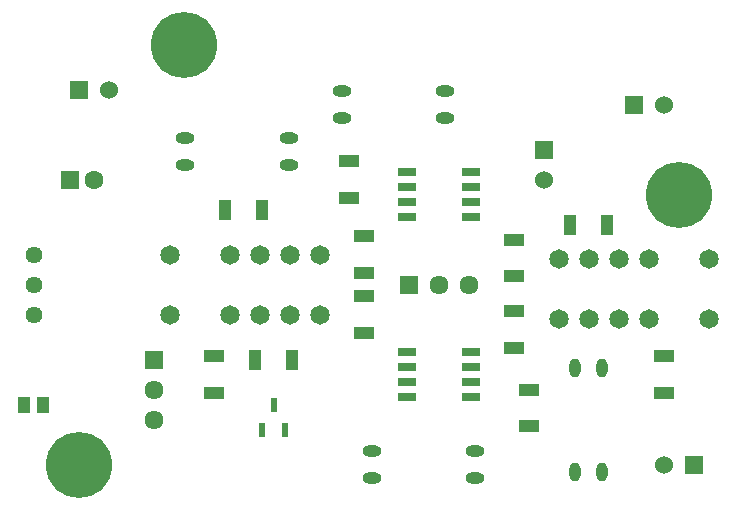
<source format=gbr>
%TF.GenerationSoftware,KiCad,Pcbnew,7.0.2*%
%TF.CreationDate,2023-06-01T11:44:41+02:00*%
%TF.ProjectId,AMS & IMD Reset,414d5320-2620-4494-9d44-205265736574,rev?*%
%TF.SameCoordinates,Original*%
%TF.FileFunction,Soldermask,Top*%
%TF.FilePolarity,Negative*%
%FSLAX46Y46*%
G04 Gerber Fmt 4.6, Leading zero omitted, Abs format (unit mm)*
G04 Created by KiCad (PCBNEW 7.0.2) date 2023-06-01 11:44:41*
%MOMM*%
%LPD*%
G01*
G04 APERTURE LIST*
%ADD10C,5.600000*%
%ADD11R,1.050000X1.800000*%
%ADD12O,1.600000X0.950000*%
%ADD13R,1.800000X1.050000*%
%ADD14R,1.070000X1.470000*%
%ADD15R,1.530000X1.530000*%
%ADD16C,1.530000*%
%ADD17R,1.528000X0.650000*%
%ADD18R,1.610000X1.610000*%
%ADD19C,1.610000*%
%ADD20C,1.650000*%
%ADD21R,1.600000X1.600000*%
%ADD22C,1.600000*%
%ADD23R,0.600000X1.300000*%
%ADD24O,0.950000X1.600000*%
%ADD25C,1.440000*%
G04 APERTURE END LIST*
D10*
%TO.C,*%
X127000000Y-115290000D03*
%TD*%
%TO.C,*%
X177800000Y-92430000D03*
%TD*%
%TO.C,*%
X135890000Y-79730000D03*
%TD*%
D11*
%TO.C,R15*%
X168630000Y-94970000D03*
X171730000Y-94970000D03*
%TD*%
D12*
%TO.C,K6*%
X158070000Y-85953000D03*
X158070000Y-83667000D03*
X149270000Y-83667000D03*
X149270000Y-85953000D03*
%TD*%
D13*
%TO.C,R3*%
X138430000Y-109220000D03*
X138430000Y-106120000D03*
%TD*%
%TO.C,R7*%
X151130000Y-99060000D03*
X151130000Y-95960000D03*
%TD*%
D12*
%TO.C,K5*%
X160610000Y-116433000D03*
X160610000Y-114147000D03*
X151810000Y-114147000D03*
X151810000Y-116433000D03*
%TD*%
D14*
%TO.C,C2*%
X122370000Y-110210000D03*
X124010000Y-110210000D03*
%TD*%
D15*
%TO.C,J3*%
X173990000Y-84810000D03*
D16*
X176530000Y-84810000D03*
%TD*%
D17*
%TO.C,CP1*%
X154769000Y-105765000D03*
X154769000Y-107035000D03*
X154769000Y-108305000D03*
X154769000Y-109575000D03*
X160191000Y-109575000D03*
X160191000Y-108305000D03*
X160191000Y-107035000D03*
X160191000Y-105765000D03*
%TD*%
D18*
%TO.C,J1*%
X133350000Y-106400000D03*
D19*
X133350000Y-108940000D03*
X133350000Y-111480000D03*
%TD*%
D13*
%TO.C,R9*%
X165100000Y-112040000D03*
X165100000Y-108940000D03*
%TD*%
D20*
%TO.C,K3*%
X180340000Y-97891905D03*
X175260000Y-97891905D03*
X172720000Y-97891905D03*
X170180000Y-97891905D03*
X167640000Y-97891905D03*
X167640000Y-102971905D03*
X170180000Y-102971905D03*
X172720000Y-102971905D03*
X175260000Y-102971905D03*
X180340000Y-102971905D03*
%TD*%
D15*
%TO.C,J5*%
X179070000Y-115290000D03*
D16*
X176530000Y-115290000D03*
%TD*%
D17*
%TO.C,CP2*%
X154769000Y-90525000D03*
X154769000Y-91795000D03*
X154769000Y-93065000D03*
X154769000Y-94335000D03*
X160191000Y-94335000D03*
X160191000Y-93065000D03*
X160191000Y-91795000D03*
X160191000Y-90525000D03*
%TD*%
D13*
%TO.C,R6*%
X163830000Y-105410000D03*
X163830000Y-102310000D03*
%TD*%
%TO.C,R14*%
X149860000Y-89610000D03*
X149860000Y-92710000D03*
%TD*%
%TO.C,R8*%
X151130000Y-104140000D03*
X151130000Y-101040000D03*
%TD*%
D21*
%TO.C,C1*%
X126270000Y-91160000D03*
D22*
X128270000Y-91160000D03*
%TD*%
D15*
%TO.C,J6*%
X166370000Y-88620000D03*
D16*
X166370000Y-91160000D03*
%TD*%
D20*
%TO.C,K2*%
X134731500Y-102590000D03*
X139811500Y-102590000D03*
X142351500Y-102590000D03*
X144891500Y-102590000D03*
X147431500Y-102590000D03*
X147431500Y-97510000D03*
X144891500Y-97510000D03*
X142351500Y-97510000D03*
X139811500Y-97510000D03*
X134731500Y-97510000D03*
%TD*%
D11*
%TO.C,R4*%
X141960000Y-106400000D03*
X145060000Y-106400000D03*
%TD*%
D12*
%TO.C,K1*%
X144780000Y-89890000D03*
X144780000Y-87604000D03*
X135980000Y-87604000D03*
X135980000Y-89890000D03*
%TD*%
D18*
%TO.C,J2*%
X154940000Y-100050000D03*
D19*
X157480000Y-100050000D03*
X160020000Y-100050000D03*
%TD*%
D15*
%TO.C,J4*%
X127000000Y-83540000D03*
D16*
X129540000Y-83540000D03*
%TD*%
D13*
%TO.C,R2*%
X176530000Y-106120000D03*
X176530000Y-109220000D03*
%TD*%
D23*
%TO.C,Q1*%
X142560000Y-112310000D03*
X144460000Y-112310000D03*
X143510000Y-110210000D03*
%TD*%
D13*
%TO.C,R5*%
X163830000Y-99340000D03*
X163830000Y-96240000D03*
%TD*%
D11*
%TO.C,R1*%
X139420000Y-93700000D03*
X142520000Y-93700000D03*
%TD*%
D24*
%TO.C,K4*%
X171323000Y-107080000D03*
X169037000Y-107080000D03*
X169037000Y-115880000D03*
X171323000Y-115880000D03*
%TD*%
D25*
%TO.C,U1*%
X123190000Y-97570000D03*
X123190000Y-100110000D03*
X123190000Y-102650000D03*
%TD*%
M02*

</source>
